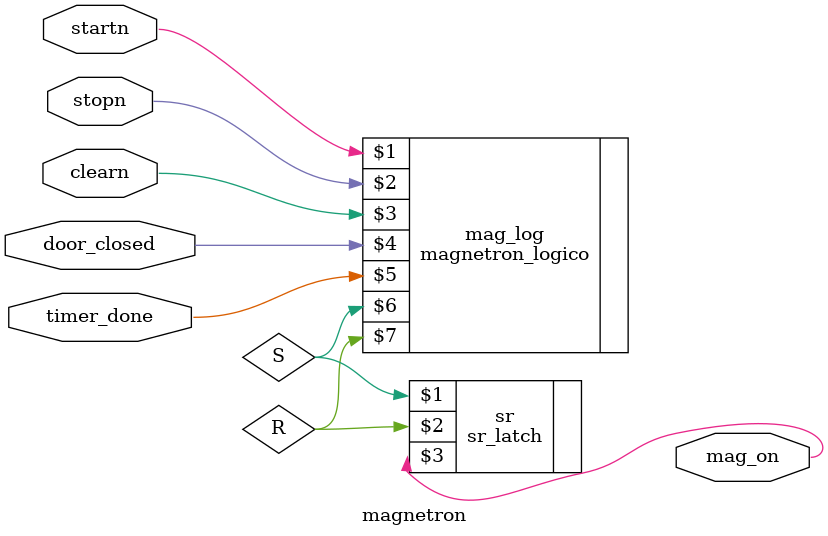
<source format=v>
`include "magnetron_level3/magnetron_logico.v"
`include "magnetron_level3/sr_latch.v"

module magnetron (
    input wire startn,
    input wire stopn,
    input wire clearn,
    input wire door_closed,
    input wire timer_done,
    output wire mag_on
);

    wire S, R;

    magnetron_logico mag_log(startn, stopn, clearn, door_closed, timer_done, S, R);
    sr_latch sr(S, R, mag_on);
    
endmodule
</source>
